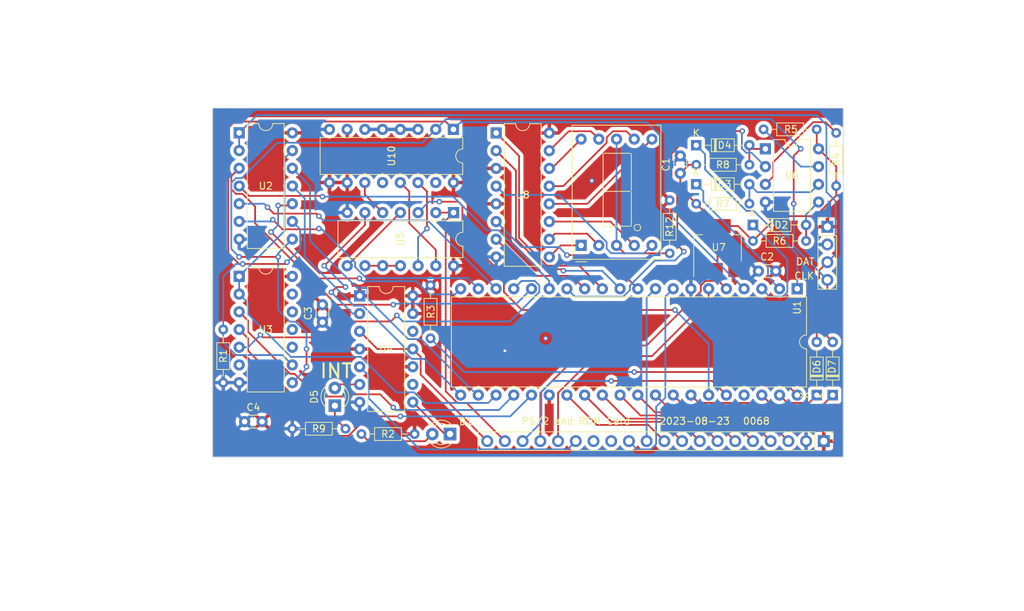
<source format=kicad_pcb>
(kicad_pcb (version 20221018) (generator pcbnew)
  (layers (0 "F.Cu" signal) (1 "In1.Cu" signal) (2 "In2.Cu" signal) (31 "B.Cu" signal) (34 "B.Paste" user) (35 "F.Paste" user) (36 "B.SilkS" user "B.Silkscreen") (37 "F.SilkS" user "F.Silkscreen") (38 "B.Mask" user) (39 "F.Mask" user) (44 "Edge.Cuts" user))
  (net 0 "")
  (net 1 "Net-(U6-Vcc)")
  (net 2 "GND")
  (net 3 "+5V")
  (net 4 "Net-(D1-K)")
  (net 5 "Net-(D1-A)")
  (net 6 "SI")
  (net 7 "Net-(D2-A)")
  (net 8 "SCK")
  (net 9 "Net-(D3-A)")
  (net 10 "~{SPI_CS}")
  (net 11 "Net-(D4-A)")
  (net 12 "Net-(D5-K)")
  (net 13 "Net-(D5-A)")
  (net 14 "D0")
  (net 15 "D1")
  (net 16 "D2")
  (net 17 "D3")
  (net 18 "D4")
  (net 19 "D5")
  (net 20 "D6")
  (net 21 "D7")
  (net 22 "A0")
  (net 23 "A1")
  (net 26 "~{INT}")
  (net 27 "~{CS}")
  (net 28 "~{RD}")
  (net 29 "~{WR}")
  (net 30 "~{RESET}")
  (net 31 "CLK")
  (net 32 "PS2_DAT")
  (net 33 "PS2_CLK")
  (net 34 "Net-(U1-PA0)")
  (net 35 "LED")
  (net 36 "Net-(U6-~{WP})")
  (net 37 "Net-(U6-~{HOLD})")
  (net 38 "Net-(R12-Pad2)")
  (net 39 "BCD3")
  (net 40 "BCD2")
  (net 41 "BCD1")
  (net 42 "BCD0")
  (net 43 "SO")
  (net 44 "PS2_PAR")
  (net 45 "PS2_ONE")
  (net 46 "PS2_ZERO")
  (net 47 "PS2_D0")
  (net 48 "PS2_D1")
  (net 49 "PS2_D2")
  (net 50 "PS2_D3")
  (net 51 "PS2_D4")
  (net 52 "PS2_D5")
  (net 53 "PS2_D6")
  (net 54 "PS2_D7")
  (net 55 "Net-(U1-RESET)")
  (net 57 "Net-(D6-K)")
  (net 58 "Net-(D7-K)")
  (net 64 "Net-(U4A-D)")
  (net 66 "Net-(U5-Pad4)")
  (net 67 "Net-(U10-Q3)")
  (net 68 "Net-(U5-Pad10)")
  (net 69 "Net-(U10-Q0)")
  (net 70 "Net-(U10-Q1)")
  (net 71 "Net-(U8-Rbo)")
  (net 72 "Net-(U8-e)")
  (net 73 "Net-(U8-d)")
  (net 74 "Net-(U8-c)")
  (net 75 "Net-(U8-b)")
  (net 76 "Net-(U8-a)")
  (net 77 "Net-(U8-g)")
  (net 78 "Net-(U8-f)")
  (footprint "Connector_PinHeader_2.54mm:PinHeader_1x04_P2.54mm_Vertical" (layer "F.Cu") (at 175.26 73.914)
    (fp_text reference "J2" hide)
    (fp_text value "Conn_01x04" hide)
  )
  (footprint "Capacitor_THT:C_Disc_D3.0mm_W1.6mm_P2.50mm" (layer "F.Cu") (at 165.374 80.264)
    (fp_text reference "C2")
    (fp_text value "100nF")
  )
  (footprint "Capacitor_THT:C_Disc_D3.0mm_W1.6mm_P2.50mm" (layer "F.Cu") (at 154.178 66.254 90)
    (fp_text reference "C1")
    (fp_text value "100nF")
  )
  (footprint "Resistor_THT:R_Axial_DIN0204_L3.6mm_D1.6mm_P7.62mm_Horizontal" (layer "F.Cu") (at 106.172 102.87 180)
    (fp_text reference "R9")
    (fp_text value "3.3K")
  )
  (footprint "Display_7Segment:D1X8K" (layer "F.Cu") (at 139.954 76.5855 90)
    (fp_text reference "U9" hide)
    (fp_text value "D168K" hide)
  )
  (footprint "Resistor_THT:R_Axial_DIN0204_L3.6mm_D1.6mm_P7.62mm_Horizontal" (layer "F.Cu") (at 118.364 82.296 -90)
    (fp_text reference "R3")
    (fp_text value "3.3K")
  )
  (footprint "LED_THT:LED_D3.0mm" (layer "F.Cu") (at 104.648 99.568 90)
    (fp_text reference "D5")
    (fp_text value "LED")
  )
  (footprint "Capacitor_THT:C_Disc_D3.0mm_W1.6mm_P2.50mm" (layer "F.Cu") (at 102.87 87.59 90)
    (fp_text reference "C3")
    (fp_text value "100nF")
  )
  (footprint "Package_DIP:DIP-14_W7.62mm" (layer "F.Cu") (at 90.932 81.026)
    (fp_text reference "U3")
    (fp_text value "74HC164")
  )
  (footprint "Resistor_THT:R_Axial_DIN0204_L3.6mm_D1.6mm_P7.62mm_Horizontal" (layer "F.Cu") (at 172.212 75.946 180)
    (fp_text reference "R6")
    (fp_text value "3.3K")
  )
  (footprint "LED_THT:LED_D3.0mm" (layer "F.Cu") (at 121.163 103.632 180)
    (fp_text reference "D1")
    (fp_text value "LED")
  )
  (footprint "Package_DIP:DIP-14_W7.62mm" (layer "F.Cu") (at 108.204 83.82)
    (fp_text reference "U4")
    (fp_text value "74HC74")
  )
  (footprint "Diode_THT:D_DO-34_SOD68_P7.62mm_Horizontal" (layer "F.Cu") (at 156.459 67.818)
    (fp_text reference "D3")
    (fp_text value "1N4148")
  )
  (footprint "Package_DIP:DIP-8_W7.62mm" (layer "F.Cu") (at 166.38 62.748)
    (fp_text reference "U6")
    (fp_text value "MX25L1005")
  )
  (footprint "Resistor_THT:R_Axial_DIN0204_L3.6mm_D1.6mm_P7.62mm_Horizontal" (layer "F.Cu") (at 108.458 103.632)
    (fp_text reference "R2")
    (fp_text value "3.3K")
  )
  (footprint "Package_DIP:DIP-16_W7.62mm" (layer "F.Cu") (at 127.772 60.467)
    (fp_text reference "U8")
    (fp_text value "74LS247")
  )
  (footprint "Package_TO_SOT_SMD:SOT-223-3_TabPin2" (layer "F.Cu") (at 159.512 76.962 90)
    (fp_text reference "U7")
    (fp_text value "AMS1117-3.3")
  )
  (footprint "Diode_THT:D_DO-34_SOD68_P7.62mm_Horizontal" (layer "F.Cu") (at 164.587 73.66)
    (fp_text reference "D2")
    (fp_text value "1N4148")
  )
  (footprint "Diode_THT:D_DO-34_SOD68_P7.62mm_Horizontal" (layer "F.Cu") (at 156.459 62.23)
    (fp_text reference "D4")
    (fp_text value "1N4148")
  )
  (footprint "Diode_THT:D_DO-34_SOD68_P7.62mm_Horizontal" (layer "F.Cu") (at 173.736 98.049 90)
    (fp_text reference "D6")
    (fp_text value "1N4148")
  )
  (footprint "Package_DIP:DIP-14_W7.62mm" (layer "F.Cu") (at 121.666 71.882 -90)
    (fp_text reference "U5")
    (fp_text value "74HC00")
  )
  (footprint "Package_DIP:DIP-16_W7.62mm" (layer "F.Cu") (at 121.651 59.954 -90)
    (fp_text reference "U10")
    (fp_text value "74LS163")
  )
  (footprint "Resistor_THT:R_Axial_DIN0204_L3.6mm_D1.6mm_P7.62mm_Horizontal" (layer "F.Cu") (at 176.53 68.072 90)
    (fp_text reference "R4")
    (fp_text value "3.3K")
  )
  (footprint "Connector_PinHeader_2.54mm:PinHeader_1x20_P2.54mm_Vertical" (layer "F.Cu") (at 174.752 104.648 -90)
    (fp_text reference "J1" hide)
    (fp_text value "Conn_01x20" hide)
  )
  (footprint "Resistor_THT:R_Axial_DIN0204_L3.6mm_D1.6mm_P7.62mm_Horizontal" (layer "F.Cu") (at 88.646 88.646 -90)
    (fp_text reference "R1")
    (fp_text value "3.3K")
  )
  (footprint "Diode_THT:D_DO-34_SOD68_P7.62mm_Horizontal" (layer "F.Cu") (at 176.022 98.049 90)
    (fp_text reference "D7")
    (fp_text value "1N4148")
  )
  (footprint "Package_DIP:DIP-40_W15.24mm" (layer "F.Cu") (at 170.942 82.804 -90)
    (fp_text reference "U1")
    (fp_text value "82C55A")
  )
  (footprint "Package_DIP:DIP-14_W7.62mm" (layer "F.Cu") (at 90.932 60.452)
    (fp_text reference "U2")
    (fp_text value "74HC164")
  )
  (footprint "Resistor_THT:R_Axial_DIN0204_L3.6mm_D1.6mm_P7.62mm_Horizontal" (layer "F.Cu") (at 164.084 70.612 180)
    (fp_text reference "R7")
    (fp_text value "3.3K")
  )
  (footprint "Capacitor_THT:C_Disc_D3.0mm_W1.6mm_P2.50mm" (layer "F.Cu") (at 91.714 101.854)
    (fp_text reference "C4")
    (fp_text value "100nF")
  )
  (footprint "Resistor_THT:R_Axial_DIN0204_L3.6mm_D1.6mm_P7.62mm_Horizontal" (layer "F.Cu") (at 164.084 65.024 180)
    (fp_text reference "R8")
    (fp_text value "3.3K")
  )
  (footprint "Resistor_THT:R_Axial_DIN0204_L3.6mm_D1.6mm_P7.62mm_Horizontal" (layer "F.Cu") (at 152.654 70.104 -90)
    (fp_text reference "R12")
    (fp_text value "1K")
  )
  (footprint "Resistor_THT:R_Axial_DIN0204_L3.6mm_D1.6mm_P7.62mm_Horizontal" (layer "F.Cu") (at 173.736 59.944 180)
    (fp_text reference "R5")
    (fp_text value "3.3K")
  )
  (gr_rect (start 87.122 56.896) (end 177.546 106.934) (stroke (width 0.1)) (fill none) (layer "Edge.Cuts"))
  (gr_text "DAT" (at 170.688 79.502) (layer "F.SilkS") (effects (font (size 1 1)) (justify left bottom)))
  (gr_text "PS/2 and ROM Card	2023-08-23	0068" (at 131.318 102.362) (layer "F.SilkS") (effects (font (size 1 1)) (justify left bottom)))
  (gr_text "CLK" (at 170.434 81.534) (layer "F.SilkS") (effects (font (size 1 1)) (justify left bottom)))
  (gr_text "INT" (at 102.362 95.758) (layer "F.SilkS") (effects (font (size 2 2) (thickness 0.3)) (justify left bottom)))
  (segment (start 173.736 62.484) (end 174 62.748) (width 0.25) (layer "F.Cu") (net 1))
  (segment (start 176.53 68.072) (end 176.53 69.428991) (width 0.25) (layer "F.Cu") (net 1))
  (segment (start 173.568991 72.39) (end 168.148 72.39) (width 0.25) (layer "F.Cu") (net 1))
  (segment (start 159.512 73.66) (end 159.512 73.812) (width 0.25) (layer "F.Cu") (net 1))
  (segment (start 155.408 65.024) (end 156.464 65.024) (width 0.25) (layer "F.Cu") (net 1))
  (segment (start 162.458 73.812) (end 164.592 75.946) (width 0.25) (layer "F.Cu") (net 1))
  (segment (start 156.464 70.612) (end 159.512 73.66) (width 0.25) (layer "F.Cu") (net 1))
  (segment (start 154.178 68.326) (end 156.464 70.612) (width 0.25) (layer "F.Cu") (net 1))
  (segment (start 174 62.748) (end 176.53 65.278) (width 0.25) (layer "F.Cu") (net 1))
  (segment (start 159.512 73.812) (end 162.458 73.812) (width 0.25) (layer "F.Cu") (net 1))
  (segment (start 154.178 66.254) (end 155.408 65.024) (width 0.25) (layer "F.Cu") (net 1))
  (segment (start 159.512 80.112) (end 159.512 73.812) (width 0.25) (layer "F.Cu") (net 1))
  (segment (start 154.178 66.254) (end 154.178 68.326) (width 0.25) (layer "F.Cu") (net 1))
  (segment (start 176.53 65.278) (end 176.53 68.072) (width 0.25) (layer "F.Cu") (net 1))
  (segment (start 173.736 59.944) (end 173.736 62.484) (width 0.25) (layer "F.Cu") (net 1))
  (segment (start 168.148 72.39) (end 164.592 75.946) (width 0.25) (layer "F.Cu") (net 1))
  (segment (start 176.53 69.428991) (end 173.568991 72.39) (width 0.25) (layer "F.Cu") (net 1))
  (segment (start 157.212 80.112) (end 155.702 81.622) (width 0.25) (layer "F.Cu") (net 2))
  (segment (start 155.702 81.622) (end 155.702 82.804) (width 0.25) (layer "F.Cu") (net 2))
  (via (at 129.032 91.694) (size 0.8) (drill 0.4) (layers "F.Cu" "B.Cu") (net 2))
  (via (at 141.478 67.31) (size 0.8) (drill 0.4) (layers "F.Cu" "B.Cu") (net 3))
  (via (at 134.874 89.916) (size 0.8) (drill 0.4) (layers "F.Cu" "B.Cu") (net 3))
  (segment (start 121.163 103.632) (end 120.396 103.632) (width 0.25) (layer "F.Cu") (net 4))
  (segment (start 120.396 103.632) (end 115.824 99.06) (width 0.25) (layer "F.Cu") (net 4))
  (segment (start 117.598 104.657) (end 109.483 104.657) (width 0.25) (layer "F.Cu") (net 5))
  (segment (start 109.483 104.657) (end 108.458 103.632) (width 0.25) (layer "F.Cu") (net 5))
  (segment (start 118.623 103.632) (end 117.598 104.657) (width 0.25) (layer "F.Cu") (net 5))
  (segment (start 168.867991 83.929) (end 169.527 83.269991) (width 0.25) (layer "B.Cu") (net 6))
  (segment (start 169.527 83.269991) (end 169.527 78.6) (width 0.25) (layer "B.Cu") (net 6))
  (segment (start 165.862 82.804) (end 166.987 83.929) (width 0.25) (layer "B.Cu") (net 6))
  (segment (start 166.987 83.929) (end 168.867991 83.929) (width 0.25) (layer "B.Cu") (net 6))
  (segment (start 169.527 78.6) (end 164.587 73.66) (width 0.25) (layer "B.Cu") (net 6))
  (segment (start 172.212 75.946) (end 172.212 73.665) (width 0.25) (layer "F.Cu") (net 7))
  (segment (start 172.212 73.665) (end 172.207 73.66) (width 0.25) (layer "F.Cu") (net 7))
  (segment (start 172.207 72.161) (end 174 70.368) (width 0.25) (layer "B.Cu") (net 7))
  (segment (start 172.207 73.66) (end 172.207 72.161) (width 0.25) (layer "B.Cu") (net 7))
  (segment (start 168.402 82.804) (end 166.749 81.151) (width 0.25) (layer "B.Cu") (net 8))
  (segment (start 157.48 68.839) (end 156.459 67.818) (width 0.25) (layer "B.Cu") (net 8))
  (segment (start 166.749 81.151) (end 166.749 79.552569) (width 0.25) (layer "B.Cu") (net 8))
  (segment (start 157.48 70.283569) (end 157.48 68.839) (width 0.25) (layer "B.Cu") (net 8))
  (segment (start 166.749 79.552569) (end 157.48 70.283569) (width 0.25) (layer "B.Cu") (net 8))
  (segment (start 164.084 67.823) (end 164.079 67.818) (width 0.25) (layer "B.Cu") (net 9))
  (segment (start 172.875 68.953) (end 174 67.828) (width 0.25) (layer "B.Cu") (net 9))
  (segment (start 164.079 67.818) (end 165.214 68.953) (width 0.25) (layer "B.Cu") (net 9))
  (segment (start 165.214 68.953) (end 172.875 68.953) (width 0.25) (layer "B.Cu") (net 9))
  (segment (start 164.084 70.612) (end 164.084 67.823) (width 0.25) (layer "B.Cu") (net 9))
  (segment (start 157.734 63.505) (end 156.459 62.23) (width 0.25) (layer "B.Cu") (net 10))
  (segment (start 170.942 77.865) (end 164.714 71.637) (width 0.25) (layer "B.Cu") (net 10))
  (segment (start 170.942 82.804) (end 170.942 77.865) (width 0.25) (layer "B.Cu") (net 10))
  (segment (start 164.714 71.637) (end 163.659431 71.637) (width 0.25) (layer "B.Cu") (net 10))
  (segment (start 163.659431 71.637) (end 157.734 65.711569) (width 0.25) (layer "B.Cu") (net 10))
  (segment (start 157.734 65.711569) (end 157.734 63.505) (width 0.25) (layer "B.Cu") (net 10))
  (segment (start 164.079 62.23) (end 164.079 65.019) (width 0.25) (layer "F.Cu") (net 11))
  (segment (start 164.079 65.019) (end 164.084 65.024) (width 0.25) (layer "F.Cu") (net 11))
  (segment (start 164.597 62.748) (end 164.079 62.23) (width 0.25) (layer "F.Cu") (net 11))
  (segment (start 166.38 62.748) (end 164.597 62.748) (width 0.25) (layer "F.Cu") (net 11))
  (segment (start 104.648 101.346) (end 106.172 102.87) (width 0.25) (layer "F.Cu") (net 12))
  (segment (start 104.648 99.568) (end 104.648 101.346) (width 0.25) (layer "F.Cu") (net 12))
  (segment (start 108.204 96.52) (end 105.156 96.52) (width 0.25) (layer "F.Cu") (net 13))
  (segment (start 105.156 96.52) (end 104.648 97.028) (width 0.25) (layer "F.Cu") (net 13))
  (segment (start 156.827 99.169) (end 155.702 98.044) (width 0.25) (layer "F.Cu") (net 14))
  (segment (start 169.672 104.648) (end 164.193 99.169) (width 0.25) (layer "F.Cu") (net 14))
  (segment (start 164.193 99.169) (end 156.827 99.169) (width 0.25) (layer "F.Cu") (net 14))
  (segment (start 162.103 99.619) (end 167.132 104.648) (width 0.25) (layer "F.Cu") (net 15))
  (segment (start 153.162 98.044) (end 154.737 99.619) (width 0.25) (layer "F.Cu") (net 15))
  (segment (start 154.737 99.619) (end 162.103 99.619) (width 0.25) (layer "F.Cu") (net 15))
  (segment (start 160.013 100.069) (end 164.592 104.648) (width 0.25) (layer "F.Cu") (net 16))
  (segment (start 150.622 98.044) (end 152.647 100.069) (width 0.25) (layer "F.Cu") (net 16))
  (segment (start 152.647 100.069) (end 160.013 100.069) (width 0.25) (layer "F.Cu") (net 16))
  (segment (start 150.557 100.519) (end 157.923 100.519) (width 0.25) (layer "F.Cu") (net 17))
  (segment (start 157.923 100.519) (end 162.052 104.648) (width 0.25) (layer "F.Cu") (net 17))
  (segment (start 148.082 98.044) (end 150.557 100.519) (width 0.25) (layer "F.Cu") (net 17))
  (segment (start 148.467 100.969) (end 155.833 100.969) (width 0.25) (layer "F.Cu") (net 18))
  (segment (start 155.833 100.969) (end 159.512 104.648) (width 0.25) (layer "F.Cu") (net 18))
  (segment (start 145.542 98.044) (end 148.467 100.969) (width 0.25) (layer "F.Cu") (net 18))
  (segment (start 146.377 101.419) (end 153.743 101.419) (width 0.25) (layer "F.Cu") (net 19))
  (segment (start 153.743 101.419) (end 156.972 104.648) (width 0.25) (layer "F.Cu") (net 19))
  (segment (start 143.002 98.044) (end 146.377 101.419) (width 0.25) (layer "F.Cu") (net 19))
  (segment (start 144.287 101.869) (end 151.653 101.869) (width 0.25) (layer "F.Cu") (net 20))
  (segment (start 151.653 101.869) (end 154.432 104.648) (width 0.25) (layer "F.Cu") (net 20))
  (segment (start 140.462 98.044) (end 144.287 101.869) (width 0.25) (layer "F.Cu") (net 20))
  (segment (start 149.563 102.319) (end 151.892 104.648) (width 0.25) (layer "F.Cu") (net 21))
  (segment (start 137.922 98.044) (end 142.197 102.319) (width 0.25) (layer "F.Cu") (net 21))
  (segment (start 142.197 102.319) (end 149.563 102.319) (width 0.25) (layer "F.Cu") (net 21))
  (segment (start 149.352 84.074) (end 150.622 82.804) (width 0.25) (layer "B.Cu") (net 22))
  (segment (start 149.352 104.648) (end 149.352 84.074) (width 0.25) (layer "B.Cu") (net 22))
  (segment (start 150.717 99.727) (end 152.037 98.407) (width 0.25) (layer "B.Cu") (net 23))
  (segment (start 146.812 104.648) (end 147.987 105.823) (width 0.25) (layer "B.Cu") (net 23))
  (segment (start 152.037 83.929) (end 153.162 82.804) (width 0.25) (layer "B.Cu") (net 23))
  (segment (start 150.717 105.061) (end 150.717 99.727) (width 0.25) (layer "B.Cu") (net 23))
  (segment (start 149.955 105.823) (end 150.717 105.061) (width 0.25) (layer "B.Cu") (net 23))
  (segment (start 152.037 98.407) (end 152.037 83.929) (width 0.25) (layer "B.Cu") (net 23))
  (segment (start 147.987 105.823) (end 149.955 105.823) (width 0.25) (layer "B.Cu") (net 23))
  (segment (start 116.819431 105.823) (end 109.474 98.477569) (width 0.25) (layer "B.Cu") (net 26))
  (segment (start 138.017 105.823) (end 116.819431 105.823) (width 0.25) (layer "B.Cu") (net 26))
  (segment (start 109.474 98.477569) (end 109.474 95.25) (width 0.25) (layer "B.Cu") (net 26))
  (segment (start 109.474 95.25) (end 108.204 93.98) (width 0.25) (layer "B.Cu") (net 26))
  (segment (start 139.192 104.648) (end 138.017 105.823) (width 0.25) (layer "B.Cu") (net 26))
  (segment (start 136.652 104.648) (end 136.652 97.723009) (width 0.25) (layer "F.Cu") (net 27))
  (segment (start 158.242 84.328) (end 158.242 82.804) (width 0.25) (layer "F.Cu") (net 27))
  (segment (start 150.114 92.456) (end 158.242 84.328) (width 0.25) (layer "F.Cu") (net 27))
  (segment (start 141.919009 92.456) (end 150.114 92.456) (width 0.25) (layer "F.Cu") (net 27))
  (segment (start 136.652 97.723009) (end 141.919009 92.456) (width 0.25) (layer "F.Cu") (net 27))
  (segment (start 157.117 83.167) (end 157.117 82.338009) (width 0.25) (layer "F.Cu") (net 28))
  (segment (start 157.776009 81.679) (end 159.657 81.679) (width 0.25) (layer "F.Cu") (net 28))
  (segment (start 140.903009 90.932) (end 149.352 90.932) (width 0.25) (layer "F.Cu") (net 28))
  (segment (start 159.657 81.679) (end 160.782 82.804) (width 0.25) (layer "F.Cu") (net 28))
  (segment (start 157.117 82.338009) (end 157.776009 81.679) (width 0.25) (layer "F.Cu") (net 28))
  (segment (start 149.352 90.932) (end 157.117 83.167) (width 0.25) (layer "F.Cu") (net 28))
  (segment (start 134.112 104.648) (end 134.112 97.723009) (width 0.25) (layer "F.Cu") (net 28))
  (segment (start 134.112 97.723009) (end 140.903009 90.932) (width 0.25) (layer "F.Cu") (net 28))
  (segment (start 144.272 96.012) (end 158.75 96.012) (width 0.25) (layer "F.Cu") (net 29))
  (segment (start 158.75 96.012) (end 160.782 98.044) (width 0.25) (layer "F.Cu") (net 29))
  (via (at 144.272 96.012) (size 0.8) (drill 0.4) (layers "F.Cu" "B.Cu") (net 29))
  (segment (start 134.257 101.963) (end 134.257 97.578009) (width 0.25) (layer "B.Cu") (net 29))
  (segment (start 131.572 104.648) (end 134.257 101.963) (width 0.25) (layer "B.Cu") (net 29))
  (segment (start 135.823009 96.012) (end 144.272 96.012) (width 0.25) (layer "B.Cu") (net 29))
  (segment (start 134.257 97.578009) (end 135.823009 96.012) (width 0.25) (layer "B.Cu") (net 29))
  (segment (start 119.126 71.882) (end 121.666 71.882) (width 0.25) (layer "F.Cu") (net 30))
  (segment (start 120.541 97.493991) (end 120.541 73.007) (width 0.25) (layer "F.Cu") (net 30))
  (segment (start 122.216009 99.169) (end 120.541 97.493991) (width 0.25) (layer "F.Cu") (net 30))
  (segment (start 123.553 99.169) (end 122.216009 99.169) (width 0.25) (layer "F.Cu") (net 30))
  (segment (start 129.032 104.648) (end 123.553 99.169) (width 0.25) (layer "F.Cu") (net 30))
  (segment (start 120.541 73.007) (end 121.666 71.882) (width 0.25) (layer "F.Cu") (net 30))
  (segment (start 116.949 92.565) (end 115.824 91.44) (width 0.25) (layer "F.Cu") (net 31))
  (segment (start 126.492 104.648) (end 116.949 95.105) (width 0.25) (layer "F.Cu") (net 31))
  (segment (start 115.824 91.44) (end 110.744 91.44) (width 0.25) (layer "F.Cu") (net 31))
  (segment (start 110.744 91.44) (end 108.204 88.9) (width 0.25) (layer "F.Cu") (net 31))
  (segment (start 116.949 95.105) (end 116.949 92.565) (width 0.25) (layer "F.Cu") (net 31))
  (segment (start 174.085 81.28) (end 173.736 81.629) (width 0.25) (layer "F.Cu") (net 32))
  (segment (start 175.26 78.994) (end 174.085 80.169) (width 0.25) (layer "F.Cu") (net 32))
  (segment (start 174.085 80.169) (end 174.085 81.28) (width 0.25) (layer "F.Cu") (net 32))
  (segment (start 173.736 81.629) (end 173.736 90.429) (width 0.25) (layer "F.Cu") (net 32))
  (segment (start 173.736 57.912) (end 93.472 57.912) (width 0.25) (layer "B.Cu") (net 32))
  (segment (start 175.125 68.915785) (end 175.125 59.301) (width 0.25) (layer "B.Cu") (net 32))
  (segment (start 90.932 60.452) (end 90.932 62.992) (width 0.25) (layer "B.Cu") (net 32))
  (segment (start 176.435 77.819) (end 176.435 70.225785) (width 0.25) (layer "B.Cu") (net 32))
  (segment (start 175.125 59.301) (end 173.736 57.912) (width 0.25) (layer "B.Cu") (net 32))
  (segment (start 176.435 70.225785) (end 175.125 68.915785) (width 0.25) (layer "B.Cu") (net 32))
  (segment (start 175.26 78.994) (end 176.435 77.819) (width 0.25) (layer "B.Cu") (net 32))
  (segment (start 93.472 57.912) (end 90.932 60.452) (width 0.25) (layer "B.Cu") (net 32))
  (segment (start 90.932 78.232) (end 96.52 78.232) (width 0.25) (layer "F.Cu") (net 33))
  (segment (start 175.26 89.667) (end 176.022 90.429) (width 0.25) (layer "F.Cu") (net 33))
  (segment (start 170.434 63.754) (end 171.45 62.738) (width 0.25) (layer "F.Cu") (net 33))
  (segment (start 175.26 81.534) (end 175.26 89.667) (width 0.25) (layer "F.Cu") (net 33))
  (segment (start 170.434 70.612) (end 170.434 63.754) (width 0.25) (layer "F.Cu") (net 33))
  (segment (start 100.584 91.44) (end 100.584 93.98) (width 0.25) (layer "F.Cu") (net 33))
  (via (at 171.45 62.738) (size 0.8) (drill 0.4) (layers "F.Cu" "B.Cu") (net 33))
  (via (at 100.584 91.44) (size 0.8) (drill 0.4) (layers "F.Cu" "B.Cu") (net 33))
  (via (at 170.434 70.612) (size 0.8) (drill 0.4) (layers "F.Cu" "B.Cu") (net 33))
  (via (at 100.584 93.98) (size 0.8) (drill 0.4) (layers "F.Cu" "B.Cu") (net 33))
  (via (at 96.52 78.232) (size 0.8) (drill 0.4) (layers "F.Cu" "B.Cu") (net 33))
  (via (at 90.932 78.232) (size 0.8) (drill 0.4) (layers "F.Cu" "B.Cu") (net 33))
  (segment (start 96.52 78.232) (end 96.52 77.724) (width 0.25) (layer "B.Cu") (net 33))
  (segment (start 90.466009 66.947) (end 89.807 67.606009) (width 0.25) (layer "B.Cu") (net 33))
  (segment (start 170.434 76.708) (end 170.434 70.612) (width 0.25) (layer "B.Cu") (net 33))
  (segment (start 99.017991 87.521) (end 100.584 89.087009) (width 0.25) (layer "B.Cu") (net 33))
  (segment (start 119.111 59.954) (end 117.198 61.867) (width 0.25) (layer "B.Cu") (net 33))
  (segment (start 167.19 58.478) (end 120.587 58.478) (width 0.25) (layer "B.Cu") (net 33))
  (segment (start 100.584 89.087009) (end 100.584 91.44) (width 0.25) (layer "B.Cu") (net 33))
  (segment (start 96.52 85.852) (end 98.189 87.521) (width 0.25) (layer "B.Cu") (net 33))
  (segment (start 100.584 94.234) (end 98.552 96.266) (width 0.25) (layer "B.Cu") (net 33))
  (segment (start 117.198 61.867) (end 96.375 61.867) (width 0.25) (layer "B.Cu") (net 33))
  (segment (start 100.584 93.98) (end 100.584 94.234) (width 0.25) (layer "B.Cu") (net 33))
  (segment (start 98.189 87.521) (end 99.017991 87.521) (width 0.25) (layer "B.Cu") (net 33))
  (segment (start 91.295 66.947) (end 90.466009 66.947) (width 0.25) (layer "B.Cu") (net 33))
  (segment (start 89.807 67.606009) (end 89.807 77.107) (width 0.25) (layer "B.Cu") (net 33))
  (segment (start 96.52 78.232) (end 96.52 85.852) (width 0.25) (layer "B.Cu") (net 33))
  (segment (start 89.807 77.107) (end 90.932 78.232) (width 0.25) (layer "B.Cu") (net 33))
  (segment (start 96.52 77.724) (end 98.552 75.692) (width 0.25) (layer "B.Cu") (net 33))
  (segment (start 171.45 62.738) (end 167.19 58.478) (width 0.25) (layer "B.Cu") (net 33))
  (segment (start 96.375 61.867) (end 91.295 66.947) (width 0.25) (layer "B.Cu") (net 33))
  (segment (start 120.587 58.478) (end 119.111 59.954) (width 0.25) (layer "B.Cu") (net 33))
  (segment (start 175.26 81.534) (end 170.434 76.708) (width 0.25) (layer "B.Cu") (net 33))
  (segment (start 97.536 79.248) (end 97.785701 78.998299) (width 0.25) (layer "F.Cu") (net 34))
  (segment (start 89.357 77.682305) (end 90.922695 79.248) (width 0.25) (layer "F.Cu") (net 34))
  (segment (start 89.357 59.741) (end 89.357 77.682305) (width 0.25) (layer "F.Cu") (net 34))
  (segment (start 90.922695 79.248) (end 91.44 79.248) (width 0.25) (layer "F.Cu") (net 34))
  (segment (start 121.651 59.954) (end 120.526 58.829) (width 0.25) (layer "F.Cu") (net 34))
  (segment (start 120.526 58.829) (end 90.269 58.829) (width 0.25) (layer "F.Cu") (net 34))
  (segment (start 91.44 79.248) (end 97.536 79.248) (width 0.25) (layer "F.Cu") (net 34))
  (segment (start 90.269 58.829) (end 89.357 59.741) (width 0.25) (layer "F.Cu") (net 34))
  (via (at 91.44 79.248) (size 0.8) (drill 0.4) (layers "F.Cu" "B.Cu") (net 34))
  (via (at 97.785701 78.998299) (size 0.8) (drill 0.4) (layers "F.Cu" "B.Cu") (net 34))
  (segment (start 99.677 77.107) (end 99.677 74.277) (width 0.25) (layer "B.Cu") (net 34))
  (segment (start 151.239 70.721) (end 151.239 60.815) (width 0.25) (layer "B.Cu") (net 34))
  (segment (start 97.137 92.311) (end 90.466009 92.311) (width 0.25) (layer "B.Cu") (net 34))
  (segment (start 90.466009 92.311) (end 88.646 90.490991) (width 0.25) (layer "B.Cu") (net 34))
  (segment (start 151.239 60.815) (end 149.352 58.928) (width 0.25) (layer "B.Cu") (net 34))
  (segment (start 97.785701 78.998299) (end 99.677 77.107) (width 0.25) (layer "B.Cu") (net 34))
  (segment (start 163.322 82.804) (end 151.239 70.721) (width 0.25) (layer "B.Cu") (net 34))
  (segment (start 88.646 88.646) (end 88.646 81.062) (width 0.25) (layer "B.Cu") (net 34))
  (segment (start 122.677 58.928) (end 121.651 59.954) (width 0.25) (layer "B.Cu") (net 34))
  (segment (start 88.646 90.490991) (end 88.646 88.646) (width 0.25) (layer "B.Cu") (net 34))
  (segment (start 88.646 81.062) (end 90.46 79.248) (width 0.25) (layer "B.Cu") (net 34))
  (segment (start 149.352 58.928) (end 122.677 58.928) (width 0.25) (layer "B.Cu") (net 34))
  (segment (start 98.552 93.726) (end 97.137 92.311) (width 0.25) (layer "B.Cu") (net 34))
  (segment (start 90.46 79.248) (end 91.44 79.248) (width 0.25) (layer "B.Cu") (net 34))
  (segment (start 99.677 74.277) (end 98.552 73.152) (width 0.25) (layer "B.Cu") (net 34))
  (segment (start 167.64 94.742) (end 170.942 98.044) (width 0.25) (layer "F.Cu") (net 35))
  (segment (start 147.574 94.742) (end 167.64 94.742) (width 0.25) (layer "F.Cu") (net 35))
  (via (at 147.574 94.742) (size 0.8) (drill 0.4) (layers "F.Cu" "B.Cu") (net 35))
  (segment (start 123.19 94.742) (end 147.574 94.742) (width 0.25) (layer "B.Cu") (net 35))
  (segment (start 118.364 89.916) (end 123.19 94.742) (width 0.25) (layer "B.Cu") (net 35))
  (segment (start 167.505 66.703) (end 167.505 64.651) (width 0.25) (layer "F.Cu") (net 36))
  (segment (start 167.505 64.651) (end 173.237 58.919) (width 0.25) (layer "F.Cu") (net 36))
  (segment (start 173.237 58.919) (end 174.997 58.919) (width 0.25) (layer "F.Cu") (net 36))
  (segment (start 166.38 67.828) (end 167.505 66.703) (width 0.25) (layer "F.Cu") (net 36))
  (segment (start 174.997 58.919) (end 176.53 60.452) (width 0.25) (layer "F.Cu") (net 36))
  (segment (start 171.46 65.288) (end 166.116 59.944) (width 0.25) (layer "B.Cu") (net 37))
  (segment (start 174 65.288) (end 171.46 65.288) (width 0.25) (layer "B.Cu") (net 37))
  (segment (start 146.1725 77.724) (end 145.034 76.5855) (width 0.25) (layer "F.Cu") (net 38))
  (segment (start 152.654 77.724) (end 146.1725 77.724) (width 0.25) (layer "F.Cu") (net 38))
  (segment (start 145.034 61.3455) (end 145.034 76.5855) (width 0.25) (layer "B.Cu") (net 38))
  (segment (start 143.256 77.978) (end 137.922 77.978) (width 0.25) (layer "F.Cu") (net 39))
  (segment (start 148.082 82.804) (end 143.256 77.978) (width 0.25) (layer "F.Cu") (net 39))
  (via (at 137.922 77.978) (size 0.8) (drill 0.4) (layers "F.Cu" "B.Cu") (net 39))
  (segment (start 137.922 77.978) (end 136.776 76.832) (width 0.25) (layer "B.Cu") (net 39))
  (segment (start 136.776 76.832) (end 131.437 76.832) (width 0.25) (layer "B.Cu") (net 39))
  (segment (start 131.437 76.832) (end 127.772 73.167) (width 0.25) (layer "B.Cu") (net 39))
  (segment (start 134.927613 80.01) (end 137.414 80.01) (width 0.25) (layer "F.Cu") (net 40))
  (segment (start 127.772 63.007) (end 130.614 65.849) (width 0.25) (layer "F.Cu") (net 40))
  (segment (start 130.614 65.849) (end 130.614 75.696387) (width 0.25) (layer "F.Cu") (net 40))
  (segment (start 130.614 75.696387) (end 134.927613 80.01) (width 0.25) (layer "F.Cu") (net 40))
  (segment (start 137.414 80.01) (end 137.414 80.2265) (width 0.25) (layer "F.Cu") (net 40))
  (via (at 137.414 80.2265) (size 0.8) (drill 0.4) (layers "F.Cu" "B.Cu") (net 40))
  (segment (start 142.9645 80.2265) (end 145.542 82.804) (width 0.25) (layer "B.Cu") (net 40))
  (segment (start 137.414 80.2265) (end 142.9645 80.2265) (width 0.25) (layer "B.Cu") (net 40))
  (segment (start 131.064 63.759) (end 131.064 75.509991) (width 0.25) (layer "F.Cu") (net 41))
  (segment (start 135.056009 79.502) (end 139.7 79.502) (width 0.25) (layer "F.Cu") (net 41))
  (segment (start 127.772 60.467) (end 131.064 63.759) (width 0.25) (layer "F.Cu") (net 41))
  (segment (start 139.7 79.502) (end 143.002 82.804) (width 0.25) (layer "F.Cu") (net 41))
  (segment (start 131.064 75.509991) (end 135.056009 79.502) (width 0.25) (layer "F.Cu") (net 41))
  (segment (start 138.6095 80.9515) (end 133.0165 80.9515) (width 0.25) (layer "F.Cu") (net 42))
  (segment (start 140.462 82.804) (end 138.6095 80.9515) (width 0.25) (layer "F.Cu") (net 42))
  (segment (start 133.0165 80.9515) (end 127.772 75.707) (width 0.25) (layer "F.Cu") (net 42))
  (segment (start 152.908 63.433009) (end 156.143009 60.198) (width 0.25) (layer "F.Cu") (net 43))
  (segment (start 153.728 68.384) (end 152.908 67.564) (width 0.25) (layer "F.Cu") (net 43))
  (segment (start 152.908 67.564) (end 152.908 63.433009) (width 0.25) (layer "F.Cu") (net 43))
  (segment (start 156.143009 60.198) (end 163.068 60.198) (width 0.25) (layer "F.Cu") (net 43))
  (segment (start 154.686 77.47) (end 153.728 76.512) (width 0.25) (layer "F.Cu") (net 43))
  (segment (start 153.728 76.512) (end 153.728 68.384) (width 0.25) (layer "F.Cu") (net 43))
  (via (at 154.686 77.47) (size 0.8) (drill 0.4) (layers "F.Cu" "B.Cu") (net 43))
  (via (at 163.068 60.198) (size 0.8) (drill 0.4) (layers "F.Cu" "B.Cu") (net 43))
  (segment (start 146.007991 83.929) (end 146.957 82.979991) (width 0.25) (layer "B.Cu") (net 43))
  (segment (start 163.004 60.262) (end 163.004 62.67528) (width 0.25) (layer "B.Cu") (net 43))
  (segment (start 137.922 82.804) (end 139.047 83.929) (width 0.25) (layer "B.Cu") (net 43))
  (segment (start 146.957 82.979991) (end 146.957 82.338009) (width 0.25) (layer "B.Cu") (net 43))
  (segment (start 163.63372 63.305) (end 164.397 63.305) (width 0.25) (layer "B.Cu") (net 43))
  (segment (start 163.004 62.67528) (end 163.63372 63.305) (width 0.25) (layer "B.Cu") (net 43))
  (segment (start 153.407 78.749) (end 154.686 77.47) (width 0.25) (layer "B.Cu") (net 43))
  (segment (start 146.957 82.338009) (end 150.546009 78.749) (width 0.25) (layer "B.Cu") (net 43))
  (segment (start 164.397 63.305) (end 166.38 65.288) (width 0.25) (layer "B.Cu") (net 43))
  (segment (start 150.546009 78.749) (end 153.407 78.749) (width 0.25) (layer "B.Cu") (net 43))
  (segment (start 163.068 60.198) (end 163.004 60.262) (width 0.25) (layer "B.Cu") (net 43))
  (segment (start 139.047 83.929) (end 146.007991 83.929) (width 0.25) (layer "B.Cu") (net 43))
  (segment (start 102.761 69.487) (end 92.347 69.487) (width 0.25) (layer "F.Cu") (net 44))
  (segment (start 92.347 69.487) (end 90.932 68.072) (width 0.25) (layer "F.Cu") (net 44))
  (segment (start 102.87 69.596) (end 102.761 69.487) (width 0.25) (layer "F.Cu") (net 44))
  (via (at 102.87 69.596) (size 0.8) (drill 0.4) (layers "F.Cu" "B.Cu") (net 44))
  (segment (start 126.456 74.422) (end 121.63 69.596) (width 0.25) (layer "B.Cu") (net 44))
  (segment (start 135.382 81.67263) (end 128.13137 74.422) (width 0.25) (layer "B.Cu") (net 44))
  (segment (start 121.63 69.596) (end 102.87 69.596) (width 0.25) (layer "B.Cu") (net 44))
  (segment (start 128.13137 74.422) (end 126.456 74.422) (width 0.25) (layer "B.Cu") (net 44))
  (segment (start 135.382 82.804) (end 135.382 81.67263) (width 0.25) (layer "B.Cu") (net 44))
  (segment (start 93.218 71.017009) (end 91.397991 69.197) (width 0.25) (layer "F.Cu") (net 45))
  (segment (start 90.466009 69.197) (end 89.807 68.537991) (width 0.25) (layer "F.Cu") (net 45))
  (segment (start 104.902 85.09) (end 93.218 73.406) (width 0.25) (layer "F.Cu") (net 45))
  (segment (start 89.807 68.537991) (end 89.807 66.657) (width 0.25) (layer "F.Cu") (net 45))
  (segment (start 113.03 85.09) (end 104.902 85.09) (width 0.25) (layer "F.Cu") (net 45))
  (segment (start 89.807 66.657) (end 90.932 65.532) (width 0.25) (layer "F.Cu") (net 45))
  (segment (start 93.218 73.406) (end 93.218 71.017009) (width 0.25) (layer "F.Cu") (net 45))
  (segment (start 91.397991 69.197) (end 90.466009 69.197) (width 0.25) (layer "F.Cu") (net 45))
  (via (at 113.03 85.09) (size 0.8) (drill 0.4) (layers "F.Cu" "B.Cu") (net 45))
  (segment (start 113.175 84.945) (end 113.03 85.09) (width 0.25) (layer "B.Cu") (net 45))
  (segment (start 132.842 82.804) (end 130.701 84.945) (width 0.25) (layer "B.Cu") (net 45))
  (segment (start 130.701 84.945) (end 113.175 84.945) (width 0.25) (layer "B.Cu") (net 45))
  (segment (start 113.538 86.614) (end 112.667 87.485) (width 0.25) (layer "F.Cu") (net 46))
  (segment (start 105.809 87.485) (end 103.523 89.771) (width 0.25) (layer "F.Cu") (net 46))
  (segment (start 103.523 89.771) (end 94.343 89.771) (width 0.25) (layer "F.Cu") (net 46))
  (segment (start 112.667 87.485) (end 105.809 87.485) (width 0.25) (layer "F.Cu") (net 46))
  (segment (start 94.343 89.771) (end 93.98 89.408) (width 0.25) (layer "F.Cu") (net 46))
  (via (at 113.538 86.614) (size 0.8) (drill 0.4) (layers "F.Cu" "B.Cu") (net 46))
  (via (at 93.98 89.408) (size 0.8) (drill 0.4) (layers "F.Cu" "B.Cu") (net 46))
  (segment (start 114.409 87.485) (end 113.538 86.614) (width 0.25) (layer "B.Cu") (net 46))
  (segment (start 93.98 89.408) (end 92.202 91.186) (width 0.25) (layer "B.Cu") (net 46))
  (segment (start 133.307991 81.679) (end 133.967 82.338009) (width 0.25) (layer "B.Cu") (net 46))
  (segment (start 133.967 82.338009) (end 133.967 83.269991) (width 0.25) (layer "B.Cu") (net 46))
  (segment (start 131.427 81.679) (end 133.307991 81.679) (width 0.25) (layer "B.Cu") (net 46))
  (segment (start 92.202 91.186) (end 90.932 91.186) (width 0.25) (layer "B.Cu") (net 46))
  (segment (start 133.967 83.269991) (end 129.751991 87.485) (width 0.25) (layer "B.Cu") (net 46))
  (segment (start 129.751991 87.485) (end 114.409 87.485) (width 0.25) (layer "B.Cu") (net 46))
  (segment (start 130.302 82.804) (end 131.427 81.679) (width 0.25) (layer "B.Cu") (net 46))
  (segment (start 101.999 72.027) (end 95.903 72.027) (width 0.25) (layer "F.Cu") (net 47))
  (segment (start 95.903 72.027) (end 94.996 71.12) (width 0.25) (layer "F.Cu") (net 47))
  (segment (start 102.362 72.39) (end 101.999 72.027) (width 0.25) (layer "F.Cu") (net 47))
  (via (at 94.996 71.12) (size 0.8) (drill 0.4) (layers "F.Cu" "B.Cu") (net 47))
  (via (at 102.362 72.39) (size 0.8) (drill 0.4) (layers "F.Cu" "B.Cu") (net 47))
  (segment (start 127.762 82.804) (end 117.965 73.007) (width 0.25) (layer "B.Cu") (net 47))
  (segment (start 94.488 70.612) (end 90.932 70.612) (width 0.25) (layer "B.Cu") (net 47))
  (segment (start 117.965 73.007) (end 102.979 73.007) (width 0.25) (layer "B.Cu") (net 47))
  (segment (start 94.996 71.12) (end 94.488 70.612) (width 0.25) (layer "B.Cu") (net 47))
  (segment (start 102.979 73.007) (end 102.362 72.39) (width 0.25) (layer "B.Cu") (net 47))
  (segment (start 97.137 74.277) (end 95.758 72.898) (width 0.25) (layer "F.Cu") (net 48))
  (segment (start 102.253 74.277) (end 97.137 74.277) (width 0.25) (layer "F.Cu") (net 48))
  (segment (start 102.362 74.168) (end 102.253 74.277) (width 0.25) (layer "F.Cu") (net 48))
  (via (at 102.362 74.168) (size 0.8) (drill 0.4) (layers "F.Cu" "B.Cu") (net 48))
  (via (at 95.758 72.898) (size 0.8) (drill 0.4) (layers "F.Cu" "B.Cu") (net 48))
  (segment (start 95.758 72.898) (end 95.504 73.152) (width 0.25) (layer "B.Cu") (net 48))
  (segment (start 107.551 79.677991) (end 107.551 79.036009) (width 0.25) (layer "B.Cu") (net 48))
  (segment (start 107.551 79.036009) (end 102.682991 74.168) (width 0.25) (layer "B.Cu") (net 48))
  (segment (start 102.682991 74.168) (end 102.362 74.168) (width 0.25) (layer "B.Cu") (net 48))
  (segment (start 123.689 81.271) (end 109.144009 81.271) (width 0.25) (layer "B.Cu") (net 48))
  (segment (start 109.144009 81.271) (end 107.551 79.677991) (width 0.25) (layer "B.Cu") (net 48))
  (segment (start 125.222 82.804) (end 123.689 81.271) (width 0.25) (layer "B.Cu") (net 48))
  (segment (start 95.504 73.152) (end 90.932 73.152) (width 0.25) (layer "B.Cu") (net 48))
  (segment (start 96.52 70.866) (end 98.298 70.866) (width 0.25) (layer "F.Cu") (net 49))
  (segment (start 102.154393 81.317795) (end 95.508299 74.671701) (width 0.25) (layer "F.Cu") (net 49))
  (segment (start 108.166205 81.317795) (end 102.154393 81.317795) (width 0.25) (layer "F.Cu") (net 49))
  (segment (start 98.298 70.866) (end 98.552 70.612) (width 0.25) (layer "F.Cu") (net 49))
  (via (at 95.508299 74.671701) (size 0.8) (drill 0.4) (layers "F.Cu" "B.Cu") (net 49))
  (via (at 108.166205 81.317795) (size 0.8) (drill 0.4) (layers "F.Cu" "B.Cu") (net 49))
  (via (at 96.52 70.866) (size 0.8) (drill 0.4) (layers "F.Cu" "B.Cu") (net 49))
  (segment (start 116.339431 81.721) (end 108.56941 81.721) (width 0.25) (layer "B.Cu") (net 49))
  (segment (start 118.22243 83.603999) (end 116.339431 81.721) (width 0.25) (layer "B.Cu") (net 49))
  (segment (start 121.882001 83.603999) (end 118.22243 83.603999) (width 0.25) (layer "B.Cu") (net 49))
  (segment (start 95.508299 74.671701) (end 96.52 73.66) (width 0.25) (layer "B.Cu") (net 49))
  (segment (start 96.52 73.66) (end 96.52 70.866) (width 0.25) (layer "B.Cu") (net 49))
  (segment (start 122.682 82.804) (end 121.882001 83.603999) (width 0.25) (layer "B.Cu") (net 49))
  (segment (start 108.56941 81.721) (end 108.166205 81.317795) (width 0.25) (layer "B.Cu") (net 49))
  (segment (start 108.669991 85.235) (end 114.554 91.119009) (width 0.25) (layer "B.Cu") (net 50))
  (segment (start 100.33 69.85) (end 100.33 78.196) (width 0.25) (layer "B.Cu") (net 50))
  (segment (start 107.369 85.235) (end 108.669991 85.235) (width 0.25) (layer "B.Cu") (net 50))
  (segment (start 114.554 91.760991) (end 115.648009 92.855) (width 0.25) (layer "B.Cu") (net 50))
  (segment (start 115.648009 92.855) (end 117.493 92.855) (width 0.25) (layer "B.Cu") (net 50))
  (segment (start 100.33 78.196) (end 107.369 85.235) (width 0.25) (layer "B.Cu") (net 50))
  (segment (start 98.552 68.072) (end 100.33 69.85) (width 0.25) (layer "B.Cu") (net 50))
  (segment (start 114.554 91.119009) (end 114.554 91.760991) (width 0.25) (layer "B.Cu") (net 50))
  (segment (start 117.493 92.855) (end 122.682 98.044) (width 0.25) (layer "B.Cu") (net 50))
  (segment (start 125.222 98.044) (end 125.042431 98.044) (width 0.25) (layer "B.Cu") (net 51))
  (segment (start 109.329 82.695) (end 107.841 82.695) (width 0.25) (layer "B.Cu") (net 51))
  (segment (start 101.092 75.946) (end 101.092 68.072) (width 0.25) (layer "B.Cu") (net 51))
  (segment (start 125.042431 98.044) (end 117.023431 90.025) (width 0.25) (layer "B.Cu") (net 51))
  (segment (start 107.841 82.695) (end 101.092 75.946) (width 0.25) (layer "B.Cu") (net 51))
  (segment (start 101.092 68.072) (end 98.552 65.532) (width 0.25) (layer "B.Cu") (net 51))
  (segment (start 109.329 84.183) (end 109.329 82.695) (width 0.25) (layer "B.Cu") (net 51))
  (segment (start 115.171 90.025) (end 109.329 84.183) (width 0.25) (layer "B.Cu") (net 51))
  (segment (start 117.023431 90.025) (end 115.171 90.025) (width 0.25) (layer "B.Cu") (net 51))
  (segment (start 127.762 98.044) (end 126.637 99.169) (width 0.25) (layer "B.Cu") (net 52))
  (segment (start 117.523991 99.169) (end 115.999991 97.645) (width 0.25) (layer "B.Cu") (net 52))
  (segment (start 115.999991 97.645) (end 113.459991 97.645) (width 0.25) (layer "B.Cu") (net 52))
  (segment (start 108.379991 92.565) (end 98.340009 92.565) (width 0.25) (layer "B.Cu") (net 52))
  (segment (start 98.340009 92.565) (end 92.202 86.426991) (width 0.25) (layer "B.Cu") (net 52))
  (segment (start 97.427 74.531) (end 97.427 64.117) (width 0.25) (layer "B.Cu") (net 52))
  (segment (start 90.932 81.026) (end 90.932 83.566) (width 0.25) (layer "B.Cu") (net 52))
  (segment (start 92.202 84.836) (end 90.932 83.566) (width 0.25) (layer "B.Cu") (net 52))
  (segment (start 97.427 64.117) (end 98.552 62.992) (width 0.25) (layer "B.Cu") (net 52))
  (segment (start 113.459991 97.645) (end 108.379991 92.565) (width 0.25) (layer "B.Cu") (net 52))
  (segment (start 126.637 99.169) (end 117.523991 99.169) (width 0.25) (layer "B.Cu") (net 52))
  (segment (start 90.932 81.026) (end 97.427 74.531) (width 0.25) (layer "B.Cu") (net 52))
  (segment (start 92.202 86.426991) (end 92.202 84.836) (width 0.25) (layer "B.Cu") (net 52))
  (segment (start 102.129991 98.253) (end 98.872991 94.996) (width 0.25) (layer "F.Cu") (net 53))
  (segment (start 105.745 98.253) (end 102.129991 98.253) (width 0.25) (layer "F.Cu") (net 53))
  (segment (start 106.063 97.935) (end 105.745 98.253) (width 0.25) (layer "F.Cu") (net 53))
  (segment (start 98.231009 94.996) (end 92.202 88.966991) (width 0.25) (layer "F.Cu") (net 53))
  (segment (start 111.143 97.935) (end 106.063 97.935) (width 0.25) (layer "F.Cu") (net 53))
  (segment (start 113.03 99.822) (end 111.143 97.935) (width 0.25) (layer "F.Cu") (net 53))
  (segment (start 92.202 87.376) (end 90.932 86.106) (width 0.25) (layer "F.Cu") (net 53))
  (segment (start 92.202 88.966991) (end 92.202 87.376) (width 0.25) (layer "F.Cu") (net 53))
  (segment (start 98.872991 94.996) (end 98.231009 94.996) (width 0.25) (layer "F.Cu") (net 53))
  (via (at 113.03 99.822) (size 0.8) (drill 0.4) (layers "F.Cu" "B.Cu") (net 53))
  (segment (start 113.393 100.185) (end 113.03 99.822) (width 0.25) (layer "B.Cu") (net 53))
  (segment (start 130.302 98.044) (end 128.161 100.185) (width 0.25) (layer "B.Cu") (net 53))
  (segment (start 128.161 100.185) (end 113.393 100.185) (width 0.25) (layer "B.Cu") (net 53))
  (segment (start 114.046 101.092) (end 109.399569 101.092) (width 0.25) (layer "F.Cu") (net 54))
  (segment (start 92.202 89.916) (end 90.932 88.646) (width 0.25) (layer "F.Cu") (net 54))
  (segment (start 106.596569 103.895) (end 104.403 103.895) (width 0.25) (layer "F.Cu") (net 54))
  (segment (start 92.202 91.694) (end 92.202 89.916) (width 0.25) (layer "F.Cu") (net 54))
  (segment (start 109.399569 101.092) (end 106.596569 103.895) (width 0.25) (layer "F.Cu") (net 54))
  (segment (start 104.403 103.895) (end 92.202 91.694) (width 0.25) (layer "F.Cu") (net 54))
  (via (at 114.046 101.092) (size 0.8) (drill 0.4) (layers "F.Cu" "B.Cu") (net 54))
  (segment (start 129.794 101.092) (end 114.046 101.092) (width 0.25) (layer "B.Cu") (net 54))
  (segment (start 132.842 98.044) (end 129.794 101.092) (width 0.25) (layer "B.Cu") (net 54))
  (segment (start 131.46471 85.847701) (end 128.887 83.269991) (width 0.25) (layer "F.Cu") (net 55))
  (segment (start 122.936 70.902) (end 122.3545 70.3205) (width 0.25) (layer "F.Cu") (net 55))
  (segment (start 122.936 75.001991) (end 122.936 70.902) (width 0.25) (layer "F.Cu") (net 55))
  (segment (start 128.887 83.269991) (end 128.887 80.952991) (width 0.25) (layer "F.Cu") (net 55))
  (segment (start 153.411701 85.847701) (end 131.46471 85.847701) (width 0.25) (layer "F.Cu") (net 55))
  (segment (start 128.887 80.952991) (end 122.936 75.001991) (width 0.25) (layer "F.Cu") (net 55))
  (segment (start 122.3545 70.3205) (end 119.634 70.3205) (width 0.25) (layer "F.Cu") (net 55))
  (via (at 153.411701 85.847701) (size 0.8) (drill 0.4) (layers "F.Cu" "B.Cu") (net 55))
  (via (at 119.634 70.3205) (size 0.8) (drill 0.4) (layers "F.Cu" "B.Cu") (net 55))
  (segment (start 158.242 90.678) (end 153.411701 85.847701) (width 0.25) (layer "B.Cu") (net 55))
  (segment (start 158.242 98.044) (end 158.242 90.678) (width 0.25) (layer "B.Cu") (net 55))
  (segment (start 118.1475 70.3205) (end 116.586 71.882) (width 0.25) (layer "B.Cu") (net 55))
  (segment (start 119.634 70.3205) (end 118.1475 70.3205) (width 0.25) (layer "B.Cu") (net 55))
  (segment (start 173.736 98.049) (end 172.616 99.169) (width 0.25) (layer "F.Cu") (net 57))
  (segment (start 172.616 99.169) (end 169.527 99.169) (width 0.25) (layer "F.Cu") (net 57))
  (segment (start 169.527 99.169) (end 168.402 98.044) (width 0.25) (layer "F.Cu") (net 57))
  (segment (start 174.452 99.619) (end 167.437 99.619) (width 0.25) (layer "F.Cu") (net 58))
  (segment (start 176.022 98.049) (end 174.452 99.619) (width 0.25) (layer "F.Cu") (net 58))
  (segment (start 167.437 99.619) (end 165.862 98.044) (width 0.25) (layer "F.Cu") (net 58))
  (segment (start 108.966 73.66) (end 103.124 79.502) (width 0.25) (layer "F.Cu") (net 64))
  (segment (start 106.172 82.55) (end 104.902 82.55) (width 0.25) (layer "F.Cu") (net 64))
  (segment (start 108.966 71.882) (end 108.966 73.66) (width 0.25) (layer "F.Cu") (net 64))
  (segment (start 104.902 82.55) (end 104.144299 83.307701) (width 0.25) (layer "F.Cu") (net 64))
  (via (at 104.144299 83.307701) (size 0.8) (drill 0.4) (layers "F.Cu" "B.Cu") (net 64))
  (via (at 103.124 79.502) (size 0.8) (drill 0.4) (layers "F.Cu" "B.Cu") (net 64))
  (via (at 106.172 82.55) (size 0.8) (drill 0.4) (layers "F.Cu" "B.Cu") (net 64))
  (segment (start 104.144299 83.307701) (end 107.196598 86.36) (width 0.25) (layer "B.Cu") (net 64))
  (segment (start 103.124 79.502) (end 106.172 82.55) (width 0.25) (layer "B.Cu") (net 64))
  (segment (start 107.196598 86.36) (end 108.204 86.36) (width 0.25) (layer "B.Cu") (net 64))
  (segment (start 114.046 71.882) (end 106.426 79.502) (width 0.25) (layer "F.Cu") (net 66))
  (segment (start 108.951 69.327) (end 111.506 71.882) (width 0.25) (layer "F.Cu") (net 67))
  (segment (start 108.951 67.574) (end 108.951 69.327) (width 0.25) (layer "F.Cu") (net 67))
  (segment (start 111.506 79.502) (end 108.966 79.502) (width 0.25) (layer "F.Cu") (net 68))
  (segment (start 114.046 79.502) (end 111.506 79.502) (width 0.25) (layer "F.Cu") (net 68))
  (segment (start 116.571 67.574) (end 117.856 68.859) (width 0.25) (layer "F.Cu") (net 69))
  (segment (start 117.856 68.859) (end 117.856 74.168) (width 0.25) (layer "F.Cu") (net 69))
  (via (at 117.856 74.168) (size 0.8) (drill 0.4) (layers "F.Cu" "B.Cu") (net 69))
  (segment (start 117.856 74.168) (end 116.586 75.438) (width 0.25) (layer "B.Cu") (net 69))
  (segment (start 116.586 75.438) (end 116.586 79.502) (width 0.25) (layer "B.Cu") (net 69))
  (segment (start 114.031 67.574) (end 115.316 68.859) (width 0.25) (layer "F.Cu") (net 70))
  (segment (start 115.316 68.859) (end 115.316 73.406) (width 0.25) (layer "F.Cu") (net 70))
  (segment (start 115.316 73.406) (end 119.126 77.216) (width 0.25) (layer "F.Cu") (net 70))
  (segment (start 119.126 77.216) (end 119.126 79.502) (width 0.25) (layer "F.Cu") (net 70))
  (segment (start 144.278009 77.7105) (end 143.619 77.051491) (width 0.25) (layer "B.Cu") (net 71))
  (segment (start 136.841491 69.342) (end 129.027 69.342) (width 0.25) (layer "B.Cu") (net 71))
  (segment (start 150.114 76.5855) (end 148.989 77.7105) (width 0.25) (layer "B.Cu") (net 71))
  (segment (start 129.027 69.342) (end 127.772 68.087) (width 0.25) (layer "B.Cu") (net 71))
  (segment (start 143.619 77.051491) (end 143.619 76.119509) (width 0.25) (layer "B.Cu") (net 71))
  (segment (start 143.619 76.119509) (end 136.841491 69.342) (width 0.25) (layer "B.Cu") (net 71))
  (segment (start 148.989 77.7105) (end 144.278009 77.7105) (width 0.25) (layer "B.Cu") (net 71))
  (segment (start 137.0535 76.5855) (end 135.392 78.247) (width 0.25) (layer "F.Cu") (net 72))
  (segment (start 139.954 76.5855) (end 137.0535 76.5855) (width 0.25) (layer "F.Cu") (net 72))
  (segment (start 142.494 76.5855) (end 140.815501 74.907001) (width 0.25) (layer "F.Cu") (net 73))
  (segment (start 140.815501 74.907001) (end 136.191999 74.907001) (width 0.25) (layer "F.Cu") (net 73))
  (segment (start 136.191999 74.907001) (end 135.392 75.707) (width 0.25) (layer "F.Cu") (net 73))
  (segment (start 147.574 76.5855) (end 144.1555 73.167) (width 0.25) (layer "F.Cu") (net 74))
  (segment (start 144.1555 73.167) (end 135.392 73.167) (width 0.25) (layer "F.Cu") (net 74))
  (segment (start 140.8325 70.627) (end 135.392 70.627) (width 0.25) (layer "F.Cu") (net 75))
  (segment (start 150.114 61.3455) (end 140.8325 70.627) (width 0.25) (layer "F.Cu") (net 75))
  (segment (start 146.449 60.2205) (end 144.5035 60.2205) (width 0.25) (layer "F.Cu") (net 76))
  (segment (start 143.619 61.105) (end 143.619 61.867) (width 0.25) (layer "F.Cu") (net 76))
  (segment (start 147.574 61.3455) (end 146.449 60.2205) (width 0.25) (layer "F.Cu") (net 76))
  (segment (start 137.399 68.087) (end 135.392 68.087) (width 0.25) (layer "F.Cu") (net 76))
  (segment (start 143.619 61.867) (end 137.399 68.087) (width 0.25) (layer "F.Cu") (net 76))
  (segment (start 144.5035 60.2205) (end 143.619 61.105) (width 0.25) (layer "F.Cu") (net 76))
  (segment (start 139.954 61.3455) (end 135.7525 65.547) (width 0.25) (layer "F.Cu") (net 77))
  (segment (start 135.7525 65.547) (end 135.392 65.547) (width 0.25) (layer "F.Cu") (net 77))
  (segment (start 142.494 61.3455) (end 141.369 60.2205) (width 0.25) (layer "F.Cu") (net 78))
  (segment (start 141.369 60.2205) (end 138.1785 60.2205) (width 0.25) (layer "F.Cu") (net 78))
  (segment (start 138.1785 60.2205) (end 135.392 63.007) (width 0.25) (layer "F.Cu") (net 78))
  (zone (net 3) (net_name "+5V") (layer "F.Cu") (connect_pads (clearance 0.5)) (min_thickness 0.25) (fill yes (thermal_gap 0.5) (thermal_bridge_width 0.5))
    (polygon (pts (xy 84.582 54.864) (xy 179.578 54.864) (xy 182.118 110.998) (xy 82.55 109.982)))
  )
  (zone (net 2) (net_name "GND") (layer "B.Cu") (priority 1) (connect_pads (clearance 0.5)) (min_thickness 0.25) (fill yes (thermal_gap 0.5) (thermal_bridge_width 0.5))
    (polygon (pts (xy 81.28 51.054) (xy 186.436 51.054) (xy 188.214 116.84) (xy 73.66 114.3)))
  )
)
</source>
